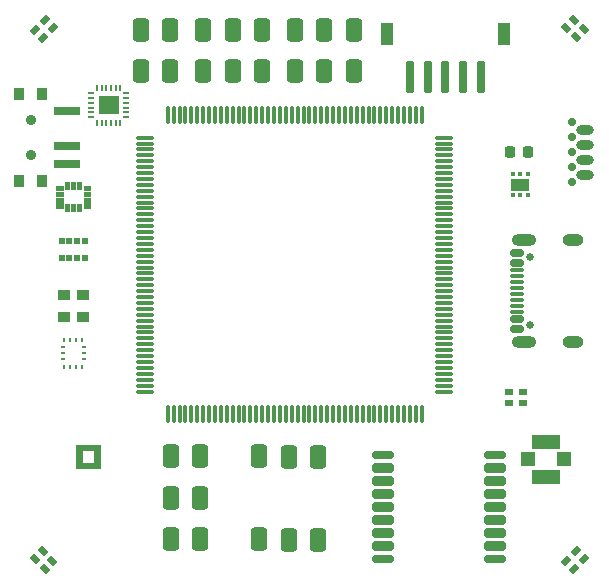
<source format=gbr>
%TF.GenerationSoftware,KiCad,Pcbnew,9.0.1-9.0.1-0~ubuntu24.04.1*%
%TF.CreationDate,2025-06-01T18:05:04-05:00*%
%TF.ProjectId,FC,46432e6b-6963-4616-945f-706362585858,rev?*%
%TF.SameCoordinates,Original*%
%TF.FileFunction,Soldermask,Top*%
%TF.FilePolarity,Negative*%
%FSLAX46Y46*%
G04 Gerber Fmt 4.6, Leading zero omitted, Abs format (unit mm)*
G04 Created by KiCad (PCBNEW 9.0.1-9.0.1-0~ubuntu24.04.1) date 2025-06-01 18:05:04*
%MOMM*%
%LPD*%
G01*
G04 APERTURE LIST*
G04 Aperture macros list*
%AMRoundRect*
0 Rectangle with rounded corners*
0 $1 Rounding radius*
0 $2 $3 $4 $5 $6 $7 $8 $9 X,Y pos of 4 corners*
0 Add a 4 corners polygon primitive as box body*
4,1,4,$2,$3,$4,$5,$6,$7,$8,$9,$2,$3,0*
0 Add four circle primitives for the rounded corners*
1,1,$1+$1,$2,$3*
1,1,$1+$1,$4,$5*
1,1,$1+$1,$6,$7*
1,1,$1+$1,$8,$9*
0 Add four rect primitives between the rounded corners*
20,1,$1+$1,$2,$3,$4,$5,0*
20,1,$1+$1,$4,$5,$6,$7,0*
20,1,$1+$1,$6,$7,$8,$9,0*
20,1,$1+$1,$8,$9,$2,$3,0*%
%AMRotRect*
0 Rectangle, with rotation*
0 The origin of the aperture is its center*
0 $1 length*
0 $2 width*
0 $3 Rotation angle, in degrees counterclockwise*
0 Add horizontal line*
21,1,$1,$2,0,0,$3*%
G04 Aperture macros list end*
%ADD10C,0.010000*%
%ADD11RotRect,0.762000X0.508000X135.000000*%
%ADD12RoundRect,0.093750X0.106250X-0.093750X0.106250X0.093750X-0.106250X0.093750X-0.106250X-0.093750X0*%
%ADD13R,1.600000X1.000000*%
%ADD14R,2.209800X0.762000*%
%ADD15C,0.889000*%
%ADD16R,0.812800X0.990600*%
%ADD17RoundRect,0.350000X-0.350000X-0.650000X0.350000X-0.650000X0.350000X0.650000X-0.350000X0.650000X0*%
%ADD18RoundRect,0.102000X-0.175000X0.175000X-0.175000X-0.175000X0.175000X-0.175000X0.175000X0.175000X0*%
%ADD19RoundRect,0.102000X0.525000X-0.500000X0.525000X0.500000X-0.525000X0.500000X-0.525000X-0.500000X0*%
%ADD20RoundRect,0.102000X1.100000X-0.525000X1.100000X0.525000X-1.100000X0.525000X-1.100000X-0.525000X0*%
%ADD21RoundRect,0.075000X-0.675000X-0.075000X0.675000X-0.075000X0.675000X0.075000X-0.675000X0.075000X0*%
%ADD22RoundRect,0.075000X-0.075000X-0.675000X0.075000X-0.675000X0.075000X0.675000X-0.075000X0.675000X0*%
%ADD23RoundRect,0.175000X0.175000X1.175000X-0.175000X1.175000X-0.175000X-1.175000X0.175000X-1.175000X0*%
%ADD24RoundRect,0.250000X0.300000X0.700000X-0.300000X0.700000X-0.300000X-0.700000X0.300000X-0.700000X0*%
%ADD25RotRect,0.762000X0.508000X45.000000*%
%ADD26RoundRect,0.350000X0.350000X0.650000X-0.350000X0.650000X-0.350000X-0.650000X0.350000X-0.650000X0*%
%ADD27R,0.762000X0.508000*%
%ADD28RoundRect,0.225000X-0.225000X-0.250000X0.225000X-0.250000X0.225000X0.250000X-0.225000X0.250000X0*%
%ADD29RoundRect,0.175000X-0.725000X-0.175000X0.725000X-0.175000X0.725000X0.175000X-0.725000X0.175000X0*%
%ADD30RoundRect,0.200000X-0.700000X-0.200000X0.700000X-0.200000X0.700000X0.200000X-0.700000X0.200000X0*%
%ADD31C,0.650000*%
%ADD32RoundRect,0.150000X0.425000X-0.150000X0.425000X0.150000X-0.425000X0.150000X-0.425000X-0.150000X0*%
%ADD33RoundRect,0.075000X0.500000X-0.075000X0.500000X0.075000X-0.500000X0.075000X-0.500000X-0.075000X0*%
%ADD34O,2.100000X1.000000*%
%ADD35O,1.800000X1.000000*%
%ADD36R,1.016000X0.838200*%
%ADD37RotRect,0.762000X0.508000X315.000000*%
%ADD38R,0.558800X0.203200*%
%ADD39R,0.203200X0.558800*%
%ADD40R,1.752600X1.600200*%
%ADD41R,0.254000X0.431800*%
%ADD42R,0.431800X0.254000*%
%ADD43C,0.700000*%
%ADD44O,1.500000X0.800000*%
%ADD45RotRect,0.762000X0.508000X225.000000*%
G04 APERTURE END LIST*
D10*
%TO.C,U4*%
X154125000Y-66175000D02*
X153550000Y-66175000D01*
X153550000Y-65825000D01*
X154125000Y-65825000D01*
X154125000Y-66175000D01*
G36*
X154125000Y-66175000D02*
G01*
X153550000Y-66175000D01*
X153550000Y-65825000D01*
X154125000Y-65825000D01*
X154125000Y-66175000D01*
G37*
X154125000Y-66675000D02*
X153550000Y-66675000D01*
X153550000Y-66325000D01*
X154125000Y-66325000D01*
X154125000Y-66675000D01*
G36*
X154125000Y-66675000D02*
G01*
X153550000Y-66675000D01*
X153550000Y-66325000D01*
X154125000Y-66325000D01*
X154125000Y-66675000D01*
G37*
X154125000Y-67175000D02*
X153550000Y-67175000D01*
X153550000Y-66825000D01*
X154125000Y-66825000D01*
X154125000Y-67175000D01*
G36*
X154125000Y-67175000D02*
G01*
X153550000Y-67175000D01*
X153550000Y-66825000D01*
X154125000Y-66825000D01*
X154125000Y-67175000D01*
G37*
X154125000Y-67675000D02*
X153550000Y-67675000D01*
X153550000Y-67325000D01*
X154125000Y-67325000D01*
X154125000Y-67675000D01*
G36*
X154125000Y-67675000D02*
G01*
X153550000Y-67675000D01*
X153550000Y-67325000D01*
X154125000Y-67325000D01*
X154125000Y-67675000D01*
G37*
X154675000Y-66125000D02*
X154325000Y-66125000D01*
X154325000Y-65550000D01*
X154675000Y-65550000D01*
X154675000Y-66125000D01*
G36*
X154675000Y-66125000D02*
G01*
X154325000Y-66125000D01*
X154325000Y-65550000D01*
X154675000Y-65550000D01*
X154675000Y-66125000D01*
G37*
X154675000Y-67950000D02*
X154325000Y-67950000D01*
X154325000Y-67375000D01*
X154675000Y-67375000D01*
X154675000Y-67950000D01*
G36*
X154675000Y-67950000D02*
G01*
X154325000Y-67950000D01*
X154325000Y-67375000D01*
X154675000Y-67375000D01*
X154675000Y-67950000D01*
G37*
X155175000Y-66125000D02*
X154825000Y-66125000D01*
X154825000Y-65550000D01*
X155175000Y-65550000D01*
X155175000Y-66125000D01*
G36*
X155175000Y-66125000D02*
G01*
X154825000Y-66125000D01*
X154825000Y-65550000D01*
X155175000Y-65550000D01*
X155175000Y-66125000D01*
G37*
X155175000Y-67950000D02*
X154825000Y-67950000D01*
X154825000Y-67375000D01*
X155175000Y-67375000D01*
X155175000Y-67950000D01*
G36*
X155175000Y-67950000D02*
G01*
X154825000Y-67950000D01*
X154825000Y-67375000D01*
X155175000Y-67375000D01*
X155175000Y-67950000D01*
G37*
X155675000Y-66125000D02*
X155325000Y-66125000D01*
X155325000Y-65550000D01*
X155675000Y-65550000D01*
X155675000Y-66125000D01*
G36*
X155675000Y-66125000D02*
G01*
X155325000Y-66125000D01*
X155325000Y-65550000D01*
X155675000Y-65550000D01*
X155675000Y-66125000D01*
G37*
X155675000Y-67950000D02*
X155325000Y-67950000D01*
X155325000Y-67375000D01*
X155675000Y-67375000D01*
X155675000Y-67950000D01*
G36*
X155675000Y-67950000D02*
G01*
X155325000Y-67950000D01*
X155325000Y-67375000D01*
X155675000Y-67375000D01*
X155675000Y-67950000D01*
G37*
X156450000Y-66175000D02*
X155875000Y-66175000D01*
X155875000Y-65825000D01*
X156450000Y-65825000D01*
X156450000Y-66175000D01*
G36*
X156450000Y-66175000D02*
G01*
X155875000Y-66175000D01*
X155875000Y-65825000D01*
X156450000Y-65825000D01*
X156450000Y-66175000D01*
G37*
X156450000Y-66675000D02*
X155875000Y-66675000D01*
X155875000Y-66325000D01*
X156450000Y-66325000D01*
X156450000Y-66675000D01*
G36*
X156450000Y-66675000D02*
G01*
X155875000Y-66675000D01*
X155875000Y-66325000D01*
X156450000Y-66325000D01*
X156450000Y-66675000D01*
G37*
X156450000Y-67175000D02*
X155875000Y-67175000D01*
X155875000Y-66825000D01*
X156450000Y-66825000D01*
X156450000Y-67175000D01*
G36*
X156450000Y-67175000D02*
G01*
X155875000Y-67175000D01*
X155875000Y-66825000D01*
X156450000Y-66825000D01*
X156450000Y-67175000D01*
G37*
X156450000Y-67675000D02*
X155875000Y-67675000D01*
X155875000Y-67325000D01*
X156450000Y-67325000D01*
X156450000Y-67675000D01*
G36*
X156450000Y-67675000D02*
G01*
X155875000Y-67675000D01*
X155875000Y-67325000D01*
X156450000Y-67325000D01*
X156450000Y-67675000D01*
G37*
%TO.C,U6*%
X155725000Y-88225000D02*
X155250000Y-88225000D01*
X155250000Y-87775000D01*
X155725000Y-87775000D01*
X155725000Y-88225000D01*
G36*
X155725000Y-88225000D02*
G01*
X155250000Y-88225000D01*
X155250000Y-87775000D01*
X155725000Y-87775000D01*
X155725000Y-88225000D01*
G37*
X155725000Y-88725000D02*
X155250000Y-88725000D01*
X155250000Y-88275000D01*
X155725000Y-88275000D01*
X155725000Y-88725000D01*
G36*
X155725000Y-88725000D02*
G01*
X155250000Y-88725000D01*
X155250000Y-88275000D01*
X155725000Y-88275000D01*
X155725000Y-88725000D01*
G37*
X155725000Y-89225000D02*
X155250000Y-89225000D01*
X155250000Y-88775000D01*
X155725000Y-88775000D01*
X155725000Y-89225000D01*
G36*
X155725000Y-89225000D02*
G01*
X155250000Y-89225000D01*
X155250000Y-88775000D01*
X155725000Y-88775000D01*
X155725000Y-89225000D01*
G37*
X155725000Y-89725000D02*
X155250000Y-89725000D01*
X155250000Y-89275000D01*
X155725000Y-89275000D01*
X155725000Y-89725000D01*
G36*
X155725000Y-89725000D02*
G01*
X155250000Y-89725000D01*
X155250000Y-89275000D01*
X155725000Y-89275000D01*
X155725000Y-89725000D01*
G37*
X156225000Y-88225000D02*
X155775000Y-88225000D01*
X155775000Y-87750000D01*
X156225000Y-87750000D01*
X156225000Y-88225000D01*
G36*
X156225000Y-88225000D02*
G01*
X155775000Y-88225000D01*
X155775000Y-87750000D01*
X156225000Y-87750000D01*
X156225000Y-88225000D01*
G37*
X156225000Y-89750000D02*
X155775000Y-89750000D01*
X155775000Y-89275000D01*
X156225000Y-89275000D01*
X156225000Y-89750000D01*
G36*
X156225000Y-89750000D02*
G01*
X155775000Y-89750000D01*
X155775000Y-89275000D01*
X156225000Y-89275000D01*
X156225000Y-89750000D01*
G37*
X156725000Y-88225000D02*
X156275000Y-88225000D01*
X156275000Y-87750000D01*
X156725000Y-87750000D01*
X156725000Y-88225000D01*
G36*
X156725000Y-88225000D02*
G01*
X156275000Y-88225000D01*
X156275000Y-87750000D01*
X156725000Y-87750000D01*
X156725000Y-88225000D01*
G37*
X156725000Y-89750000D02*
X156275000Y-89750000D01*
X156275000Y-89275000D01*
X156725000Y-89275000D01*
X156725000Y-89750000D01*
G36*
X156725000Y-89750000D02*
G01*
X156275000Y-89750000D01*
X156275000Y-89275000D01*
X156725000Y-89275000D01*
X156725000Y-89750000D01*
G37*
X157250000Y-88225000D02*
X156775000Y-88225000D01*
X156775000Y-87775000D01*
X157250000Y-87775000D01*
X157250000Y-88225000D01*
G36*
X157250000Y-88225000D02*
G01*
X156775000Y-88225000D01*
X156775000Y-87775000D01*
X157250000Y-87775000D01*
X157250000Y-88225000D01*
G37*
X157250000Y-88725000D02*
X156775000Y-88725000D01*
X156775000Y-88275000D01*
X157250000Y-88275000D01*
X157250000Y-88725000D01*
G36*
X157250000Y-88725000D02*
G01*
X156775000Y-88725000D01*
X156775000Y-88275000D01*
X157250000Y-88275000D01*
X157250000Y-88725000D01*
G37*
X157250000Y-89225000D02*
X156775000Y-89225000D01*
X156775000Y-88775000D01*
X157250000Y-88775000D01*
X157250000Y-89225000D01*
G36*
X157250000Y-89225000D02*
G01*
X156775000Y-89225000D01*
X156775000Y-88775000D01*
X157250000Y-88775000D01*
X157250000Y-89225000D01*
G37*
X157250000Y-89725000D02*
X156775000Y-89725000D01*
X156775000Y-89275000D01*
X157250000Y-89275000D01*
X157250000Y-89725000D01*
G36*
X157250000Y-89725000D02*
G01*
X156775000Y-89725000D01*
X156775000Y-89275000D01*
X157250000Y-89275000D01*
X157250000Y-89725000D01*
G37*
%TD*%
D11*
%TO.C,U14*%
X151759517Y-97431269D03*
X152431269Y-96759517D03*
X153240483Y-97568731D03*
X152568731Y-98240483D03*
%TD*%
D12*
%TO.C,U1*%
X192200000Y-66637500D03*
X192850000Y-66637500D03*
X193500000Y-66637500D03*
X193500000Y-64862500D03*
X192850000Y-64862500D03*
X192200000Y-64862500D03*
D13*
X192850000Y-65750000D03*
%TD*%
D14*
%TO.C,U17*%
X154500000Y-59499998D03*
X154500000Y-62500000D03*
X154500000Y-64000000D03*
D15*
X151399300Y-60250009D03*
X151399300Y-63250009D03*
D16*
X150434300Y-58099999D03*
X152364300Y-58099999D03*
X150434300Y-65399999D03*
X152364300Y-65399999D03*
%TD*%
D17*
%TO.C,J17*%
X163250000Y-88750000D03*
%TD*%
%TO.C,J11*%
X171000000Y-56100000D03*
%TD*%
%TO.C,J19*%
X163250000Y-92250000D03*
%TD*%
D18*
%TO.C,U5*%
X155975000Y-71975000D03*
X155325000Y-71975000D03*
X154675000Y-71975000D03*
X154025000Y-71975000D03*
X154025000Y-70525000D03*
X154675000Y-70525000D03*
X155325000Y-70525000D03*
X155975000Y-70525000D03*
%TD*%
D19*
%TO.C,J3*%
X193475000Y-89000000D03*
D20*
X195000000Y-90475000D03*
D19*
X196525000Y-89000000D03*
D20*
X195000000Y-87525000D03*
%TD*%
D17*
%TO.C,J7*%
X173750000Y-56100000D03*
%TD*%
D21*
%TO.C,U10*%
X161075000Y-61750000D03*
X161075000Y-62250000D03*
X161075000Y-62750000D03*
X161075000Y-63250000D03*
X161075000Y-63750000D03*
X161075000Y-64250000D03*
X161075000Y-64750000D03*
X161075000Y-65250000D03*
X161075000Y-65750000D03*
X161075000Y-66250000D03*
X161075000Y-66750000D03*
X161075000Y-67250000D03*
X161075000Y-67750000D03*
X161075000Y-68250000D03*
X161075000Y-68750000D03*
X161075000Y-69250000D03*
X161075000Y-69750000D03*
X161075000Y-70250000D03*
X161075000Y-70750000D03*
X161075000Y-71250000D03*
X161075000Y-71750000D03*
X161075000Y-72250000D03*
X161075000Y-72750000D03*
X161075000Y-73250000D03*
X161075000Y-73750000D03*
X161075000Y-74250000D03*
X161075000Y-74750000D03*
X161075000Y-75250000D03*
X161075000Y-75750000D03*
X161075000Y-76250000D03*
X161075000Y-76750000D03*
X161075000Y-77250000D03*
X161075000Y-77750000D03*
X161075000Y-78250000D03*
X161075000Y-78750000D03*
X161075000Y-79250000D03*
X161075000Y-79750000D03*
X161075000Y-80250000D03*
X161075000Y-80750000D03*
X161075000Y-81250000D03*
X161075000Y-81750000D03*
X161075000Y-82250000D03*
X161075000Y-82750000D03*
X161075000Y-83250000D03*
D22*
X163000000Y-85175000D03*
X163500000Y-85175000D03*
X164000000Y-85175000D03*
X164500000Y-85175000D03*
X165000000Y-85175000D03*
X165500000Y-85175000D03*
X166000000Y-85175000D03*
X166500000Y-85175000D03*
X167000000Y-85175000D03*
X167500000Y-85175000D03*
X168000000Y-85175000D03*
X168500000Y-85175000D03*
X169000000Y-85175000D03*
X169500000Y-85175000D03*
X170000000Y-85175000D03*
X170500000Y-85175000D03*
X171000000Y-85175000D03*
X171500000Y-85175000D03*
X172000000Y-85175000D03*
X172500000Y-85175000D03*
X173000000Y-85175000D03*
X173500000Y-85175000D03*
X174000000Y-85175000D03*
X174500000Y-85175000D03*
X175000000Y-85175000D03*
X175500000Y-85175000D03*
X176000000Y-85175000D03*
X176500000Y-85175000D03*
X177000000Y-85175000D03*
X177500000Y-85175000D03*
X178000000Y-85175000D03*
X178500000Y-85175000D03*
X179000000Y-85175000D03*
X179500000Y-85175000D03*
X180000000Y-85175000D03*
X180500000Y-85175000D03*
X181000000Y-85175000D03*
X181500000Y-85175000D03*
X182000000Y-85175000D03*
X182500000Y-85175000D03*
X183000000Y-85175000D03*
X183500000Y-85175000D03*
X184000000Y-85175000D03*
X184500000Y-85175000D03*
D21*
X186425000Y-83250000D03*
X186425000Y-82750000D03*
X186425000Y-82250000D03*
X186425000Y-81750000D03*
X186425000Y-81250000D03*
X186425000Y-80750000D03*
X186425000Y-80250000D03*
X186425000Y-79750000D03*
X186425000Y-79250000D03*
X186425000Y-78750000D03*
X186425000Y-78250000D03*
X186425000Y-77750000D03*
X186425000Y-77250000D03*
X186425000Y-76750000D03*
X186425000Y-76250000D03*
X186425000Y-75750000D03*
X186425000Y-75250000D03*
X186425000Y-74750000D03*
X186425000Y-74250000D03*
X186425000Y-73750000D03*
X186425000Y-73250000D03*
X186425000Y-72750000D03*
X186425000Y-72250000D03*
X186425000Y-71750000D03*
X186425000Y-71250000D03*
X186425000Y-70750000D03*
X186425000Y-70250000D03*
X186425000Y-69750000D03*
X186425000Y-69250000D03*
X186425000Y-68750000D03*
X186425000Y-68250000D03*
X186425000Y-67750000D03*
X186425000Y-67250000D03*
X186425000Y-66750000D03*
X186425000Y-66250000D03*
X186425000Y-65750000D03*
X186425000Y-65250000D03*
X186425000Y-64750000D03*
X186425000Y-64250000D03*
X186425000Y-63750000D03*
X186425000Y-63250000D03*
X186425000Y-62750000D03*
X186425000Y-62250000D03*
X186425000Y-61750000D03*
D22*
X184500000Y-59825000D03*
X184000000Y-59825000D03*
X183500000Y-59825000D03*
X183000000Y-59825000D03*
X182500000Y-59825000D03*
X182000000Y-59825000D03*
X181500000Y-59825000D03*
X181000000Y-59825000D03*
X180500000Y-59825000D03*
X180000000Y-59825000D03*
X179500000Y-59825000D03*
X179000000Y-59825000D03*
X178500000Y-59825000D03*
X178000000Y-59825000D03*
X177500000Y-59825000D03*
X177000000Y-59825000D03*
X176500000Y-59825000D03*
X176000000Y-59825000D03*
X175500000Y-59825000D03*
X175000000Y-59825000D03*
X174500000Y-59825000D03*
X174000000Y-59825000D03*
X173500000Y-59825000D03*
X173000000Y-59825000D03*
X172500000Y-59825000D03*
X172000000Y-59825000D03*
X171500000Y-59825000D03*
X171000000Y-59825000D03*
X170500000Y-59825000D03*
X170000000Y-59825000D03*
X169500000Y-59825000D03*
X169000000Y-59825000D03*
X168500000Y-59825000D03*
X168000000Y-59825000D03*
X167500000Y-59825000D03*
X167000000Y-59825000D03*
X166500000Y-59825000D03*
X166000000Y-59825000D03*
X165500000Y-59825000D03*
X165000000Y-59825000D03*
X164500000Y-59825000D03*
X164000000Y-59825000D03*
X163500000Y-59825000D03*
X163000000Y-59825000D03*
%TD*%
D17*
%TO.C,J32*%
X160700000Y-56100000D03*
%TD*%
D23*
%TO.C,J4*%
X189500000Y-56650000D03*
X188000000Y-56650000D03*
X186500000Y-56650000D03*
X185000000Y-56650000D03*
X183500000Y-56650000D03*
D24*
X191450000Y-52950000D03*
X181550000Y-52950000D03*
%TD*%
D17*
%TO.C,J6*%
X176250000Y-56100000D03*
%TD*%
D25*
%TO.C,U12*%
X151769034Y-52637462D03*
X152440786Y-53309214D03*
X153250000Y-52500000D03*
X152578248Y-51828248D03*
%TD*%
D17*
%TO.C,J12*%
X168500000Y-56100000D03*
%TD*%
%TO.C,J27*%
X173250000Y-95800000D03*
%TD*%
D26*
%TO.C,J30*%
X163200000Y-52600000D03*
%TD*%
D17*
%TO.C,J22*%
X165750000Y-95750000D03*
%TD*%
D27*
%TO.C,U16*%
X191927799Y-83275000D03*
X191927799Y-84225000D03*
X193072201Y-84225000D03*
X193072201Y-83275000D03*
%TD*%
D17*
%TO.C,J14*%
X171000000Y-52600000D03*
%TD*%
D28*
%TO.C,C30*%
X191975000Y-63000000D03*
X193525000Y-63000000D03*
%TD*%
D17*
%TO.C,J16*%
X166000000Y-52600000D03*
%TD*%
D29*
%TO.C,U9*%
X181250000Y-88600000D03*
D30*
X181250000Y-89700000D03*
X181250000Y-90800000D03*
X181250000Y-91900000D03*
X181250000Y-93000000D03*
X181250000Y-94100000D03*
X181250000Y-95200000D03*
X181250000Y-96300000D03*
D29*
X181250000Y-97400000D03*
X190750000Y-97400000D03*
D30*
X190750000Y-96300000D03*
X190750000Y-95200000D03*
X190750000Y-94100000D03*
X190750000Y-93000000D03*
X190750000Y-91900000D03*
X190750000Y-90800000D03*
X190750000Y-89700000D03*
D29*
X190750000Y-88600000D03*
%TD*%
D17*
%TO.C,J5*%
X178750000Y-56100000D03*
%TD*%
D31*
%TO.C,J1*%
X193645000Y-77640000D03*
X193645000Y-71860000D03*
D32*
X192570000Y-77950000D03*
X192570000Y-77150000D03*
D33*
X192570000Y-76000000D03*
X192570000Y-75000000D03*
X192570000Y-74500000D03*
X192570000Y-73500000D03*
D32*
X192570000Y-72350000D03*
X192570000Y-71550000D03*
D33*
X192570000Y-73000000D03*
X192570000Y-74000000D03*
X192570000Y-75500000D03*
X192570000Y-76500000D03*
D34*
X193145000Y-79070000D03*
D35*
X197325000Y-79070000D03*
D34*
X193145000Y-70430000D03*
D35*
X197325000Y-70430000D03*
%TD*%
D36*
%TO.C,U11*%
X154179801Y-75075001D03*
X154179801Y-76924999D03*
X155820199Y-76924999D03*
X155820199Y-75075001D03*
%TD*%
D17*
%TO.C,J15*%
X168500000Y-52600000D03*
%TD*%
%TO.C,J9*%
X176250000Y-52600000D03*
%TD*%
%TO.C,J10*%
X173750000Y-52600000D03*
%TD*%
D37*
%TO.C,U13*%
X197421752Y-51759517D03*
X196750000Y-52431269D03*
X197559214Y-53240483D03*
X198230966Y-52568731D03*
%TD*%
D17*
%TO.C,J33*%
X163200000Y-56100000D03*
%TD*%
%TO.C,J18*%
X165750000Y-88750000D03*
%TD*%
%TO.C,J28*%
X175750000Y-95800000D03*
%TD*%
%TO.C,J25*%
X175750000Y-88800000D03*
%TD*%
D26*
%TO.C,J31*%
X160700000Y-52600000D03*
%TD*%
D17*
%TO.C,J23*%
X170750000Y-88750000D03*
%TD*%
%TO.C,J8*%
X178750000Y-52600000D03*
%TD*%
%TO.C,J21*%
X163250000Y-95750000D03*
%TD*%
%TO.C,J24*%
X173250000Y-88800000D03*
%TD*%
%TO.C,J26*%
X170750000Y-95750000D03*
%TD*%
%TO.C,J20*%
X165750000Y-92250000D03*
%TD*%
D38*
%TO.C,U2*%
X156526800Y-58009999D03*
X156526800Y-58410001D03*
X156526800Y-58810000D03*
X156526800Y-59210000D03*
X156526800Y-59609999D03*
X156526800Y-60010001D03*
D39*
X156999999Y-60483200D03*
X157400001Y-60483200D03*
X157800000Y-60483200D03*
X158200000Y-60483200D03*
X158599999Y-60483200D03*
X159000001Y-60483200D03*
D38*
X159473200Y-60010001D03*
X159473200Y-59609999D03*
X159473200Y-59210000D03*
X159473200Y-58810000D03*
X159473200Y-58410001D03*
X159473200Y-58009999D03*
D39*
X159000001Y-57536800D03*
X158599999Y-57536800D03*
X158200000Y-57536800D03*
X157800000Y-57536800D03*
X157400001Y-57536800D03*
X156999999Y-57536800D03*
D40*
X158000000Y-59010000D03*
%TD*%
D41*
%TO.C,U3*%
X154249999Y-81130300D03*
X154750000Y-81130300D03*
X155250000Y-81130300D03*
X155750001Y-81130300D03*
D42*
X155889000Y-80499999D03*
X155889000Y-80000000D03*
X155889000Y-79500001D03*
D41*
X155750001Y-78869700D03*
X155250000Y-78869700D03*
X154750000Y-78869700D03*
X154249999Y-78869700D03*
D42*
X154111000Y-79500001D03*
X154111000Y-80000000D03*
X154111000Y-80499999D03*
%TD*%
D43*
%TO.C,J34*%
X197213500Y-65540000D03*
X197213500Y-64270000D03*
X197213500Y-63000000D03*
X197213500Y-61730000D03*
X197213500Y-60460000D03*
D44*
X198368500Y-61095000D03*
X198368500Y-62365000D03*
X198368500Y-63635000D03*
X198368500Y-64905000D03*
%TD*%
D45*
%TO.C,U15*%
X198240483Y-97431269D03*
X197568731Y-96759517D03*
X196759517Y-97568731D03*
X197431269Y-98240483D03*
%TD*%
D17*
%TO.C,J13*%
X166000000Y-56100000D03*
%TD*%
M02*

</source>
